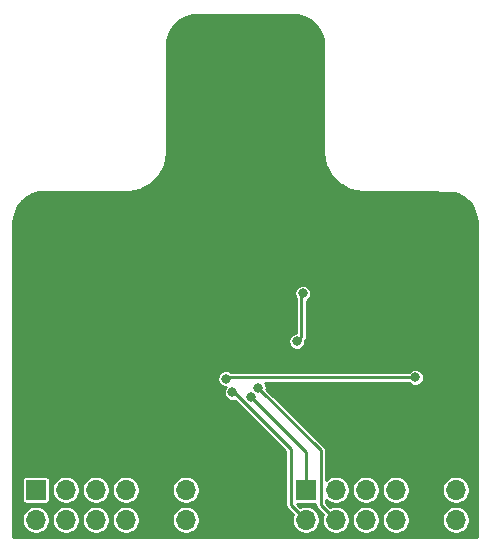
<source format=gbr>
%TF.GenerationSoftware,KiCad,Pcbnew,(5.1.8)-1*%
%TF.CreationDate,2021-03-12T16:01:59+08:00*%
%TF.ProjectId,PModCamera,504d6f64-4361-46d6-9572-612e6b696361,rev?*%
%TF.SameCoordinates,Original*%
%TF.FileFunction,Copper,L2,Bot*%
%TF.FilePolarity,Positive*%
%FSLAX46Y46*%
G04 Gerber Fmt 4.6, Leading zero omitted, Abs format (unit mm)*
G04 Created by KiCad (PCBNEW (5.1.8)-1) date 2021-03-12 16:01:59*
%MOMM*%
%LPD*%
G01*
G04 APERTURE LIST*
%TA.AperFunction,ComponentPad*%
%ADD10O,1.700000X1.700000*%
%TD*%
%TA.AperFunction,ComponentPad*%
%ADD11R,1.700000X1.700000*%
%TD*%
%TA.AperFunction,ViaPad*%
%ADD12C,0.800000*%
%TD*%
%TA.AperFunction,Conductor*%
%ADD13C,0.250000*%
%TD*%
%TA.AperFunction,Conductor*%
%ADD14C,0.254000*%
%TD*%
%TA.AperFunction,Conductor*%
%ADD15C,0.100000*%
%TD*%
G04 APERTURE END LIST*
D10*
%TO.P,J2,12*%
%TO.N,+3V3*%
X113538000Y-130302000D03*
%TO.P,J2,11*%
X113538000Y-127762000D03*
%TO.P,J2,10*%
%TO.N,GND*%
X110998000Y-130302000D03*
%TO.P,J2,9*%
X110998000Y-127762000D03*
%TO.P,J2,8*%
%TO.N,/OV1_D1*%
X108458000Y-130302000D03*
%TO.P,J2,7*%
%TO.N,/OV1_D2*%
X108458000Y-127762000D03*
%TO.P,J2,6*%
%TO.N,/OV1_D0*%
X105918000Y-130302000D03*
%TO.P,J2,5*%
%TO.N,/OV1_D3*%
X105918000Y-127762000D03*
%TO.P,J2,4*%
%TO.N,/OV1_D5*%
X103378000Y-130302000D03*
%TO.P,J2,3*%
%TO.N,/OV1_D4*%
X103378000Y-127762000D03*
%TO.P,J2,2*%
%TO.N,/OV1_D7*%
X100838000Y-130302000D03*
D11*
%TO.P,J2,1*%
%TO.N,/OV1_D6*%
X100838000Y-127762000D03*
%TD*%
D10*
%TO.P,J3,12*%
%TO.N,+3V3*%
X90678000Y-130302000D03*
%TO.P,J3,11*%
X90678000Y-127762000D03*
%TO.P,J3,10*%
%TO.N,GND*%
X88138000Y-130302000D03*
%TO.P,J3,9*%
X88138000Y-127762000D03*
%TO.P,J3,8*%
%TO.N,/OV1_PCLK*%
X85598000Y-130302000D03*
%TO.P,J3,7*%
%TO.N,/OV1_XCLK*%
X85598000Y-127762000D03*
%TO.P,J3,6*%
%TO.N,/OV1_HREF*%
X83058000Y-130302000D03*
%TO.P,J3,5*%
%TO.N,/OV1_PWDN*%
X83058000Y-127762000D03*
%TO.P,J3,4*%
%TO.N,/OV1_VSYNC*%
X80518000Y-130302000D03*
%TO.P,J3,3*%
%TO.N,/OV1_RESET*%
X80518000Y-127762000D03*
%TO.P,J3,2*%
%TO.N,/OV1_SCL*%
X77978000Y-130302000D03*
D11*
%TO.P,J3,1*%
%TO.N,/OV1_SDA*%
X77978000Y-127762000D03*
%TD*%
D12*
%TO.N,GND*%
X101473000Y-112903000D03*
X102362000Y-112903000D03*
X103251000Y-112903000D03*
X103251000Y-112014000D03*
X102362000Y-112014000D03*
X101473000Y-112014000D03*
X97409000Y-115062000D03*
%TO.N,+2V8*%
X100076000Y-115189000D03*
X100584000Y-111125000D03*
%TO.N,+1V5*%
X110109000Y-118237000D03*
X94079072Y-118354684D03*
%TO.N,/OV1_D5*%
X96787544Y-119106619D03*
%TO.N,/OV1_D6*%
X96225010Y-119933407D03*
%TO.N,/OV1_D7*%
X94625640Y-119519469D03*
%TD*%
D13*
%TO.N,+2V8*%
X100457000Y-111252000D02*
X100584000Y-111125000D01*
X100076000Y-115189000D02*
X100457000Y-114808000D01*
X100457000Y-114808000D02*
X100457000Y-111252000D01*
%TO.N,+1V5*%
X94107000Y-118237000D02*
X93980000Y-118364000D01*
X94196756Y-118237000D02*
X94079072Y-118354684D01*
X110109000Y-118237000D02*
X94196756Y-118237000D01*
%TO.N,/OV1_D5*%
X102108000Y-124427075D02*
X96787544Y-119106619D01*
X102108000Y-129032000D02*
X102108000Y-124427075D01*
X103378000Y-130302000D02*
X102108000Y-129032000D01*
%TO.N,/OV1_D6*%
X100838000Y-127762000D02*
X100838000Y-124546397D01*
X100838000Y-124546397D02*
X96225010Y-119933407D01*
%TO.N,/OV1_D7*%
X99568000Y-129032000D02*
X100838000Y-130302000D01*
X99568000Y-124333000D02*
X99568000Y-129032000D01*
X94754469Y-119519469D02*
X99568000Y-124333000D01*
X94625640Y-119519469D02*
X94754469Y-119519469D01*
%TD*%
D14*
%TO.N,GND*%
X100208078Y-87574871D02*
X100699686Y-87723296D01*
X101153107Y-87964383D01*
X101551064Y-88288950D01*
X101878397Y-88684628D01*
X102122643Y-89136352D01*
X102274497Y-89626913D01*
X102329994Y-90154928D01*
X102330001Y-90156990D01*
X102329999Y-99174021D01*
X102330062Y-99174656D01*
X102330074Y-99178223D01*
X102331695Y-99194181D01*
X102331583Y-99210206D01*
X102332082Y-99215306D01*
X102393283Y-99797595D01*
X102399983Y-99830234D01*
X102406205Y-99862854D01*
X102407684Y-99867751D01*
X102407685Y-99867758D01*
X102407688Y-99867764D01*
X102580823Y-100427073D01*
X102593730Y-100457777D01*
X102606173Y-100488576D01*
X102608577Y-100493097D01*
X102608579Y-100493102D01*
X102608582Y-100493106D01*
X102887055Y-101008133D01*
X102905655Y-101035709D01*
X102923869Y-101063543D01*
X102927108Y-101067514D01*
X103300318Y-101518647D01*
X103323948Y-101542113D01*
X103347193Y-101565850D01*
X103351135Y-101569111D01*
X103351141Y-101569117D01*
X103351148Y-101569121D01*
X103804869Y-101939169D01*
X103832600Y-101957593D01*
X103860021Y-101976369D01*
X103864528Y-101978806D01*
X104381493Y-102253680D01*
X104412272Y-102266367D01*
X104442819Y-102279459D01*
X104447704Y-102280971D01*
X104447714Y-102280975D01*
X104447724Y-102280977D01*
X105008221Y-102450201D01*
X105040854Y-102456663D01*
X105073387Y-102463578D01*
X105078472Y-102464112D01*
X105078483Y-102464114D01*
X105078493Y-102464114D01*
X105661185Y-102521248D01*
X105661200Y-102521248D01*
X105678978Y-102522999D01*
X110805217Y-102522999D01*
X113405360Y-102634434D01*
X113699685Y-102723295D01*
X114153107Y-102964384D01*
X114551063Y-103288950D01*
X114878397Y-103684629D01*
X115122643Y-104136353D01*
X115274497Y-104626914D01*
X115329994Y-105154929D01*
X115330001Y-105156992D01*
X115329999Y-131788999D01*
X76064000Y-131788999D01*
X76064000Y-130186076D01*
X76801000Y-130186076D01*
X76801000Y-130417924D01*
X76846231Y-130645318D01*
X76934956Y-130859519D01*
X77063764Y-131052294D01*
X77227706Y-131216236D01*
X77420481Y-131345044D01*
X77634682Y-131433769D01*
X77862076Y-131479000D01*
X78093924Y-131479000D01*
X78321318Y-131433769D01*
X78535519Y-131345044D01*
X78728294Y-131216236D01*
X78892236Y-131052294D01*
X79021044Y-130859519D01*
X79109769Y-130645318D01*
X79155000Y-130417924D01*
X79155000Y-130186076D01*
X79341000Y-130186076D01*
X79341000Y-130417924D01*
X79386231Y-130645318D01*
X79474956Y-130859519D01*
X79603764Y-131052294D01*
X79767706Y-131216236D01*
X79960481Y-131345044D01*
X80174682Y-131433769D01*
X80402076Y-131479000D01*
X80633924Y-131479000D01*
X80861318Y-131433769D01*
X81075519Y-131345044D01*
X81268294Y-131216236D01*
X81432236Y-131052294D01*
X81561044Y-130859519D01*
X81649769Y-130645318D01*
X81695000Y-130417924D01*
X81695000Y-130186076D01*
X81881000Y-130186076D01*
X81881000Y-130417924D01*
X81926231Y-130645318D01*
X82014956Y-130859519D01*
X82143764Y-131052294D01*
X82307706Y-131216236D01*
X82500481Y-131345044D01*
X82714682Y-131433769D01*
X82942076Y-131479000D01*
X83173924Y-131479000D01*
X83401318Y-131433769D01*
X83615519Y-131345044D01*
X83808294Y-131216236D01*
X83972236Y-131052294D01*
X84101044Y-130859519D01*
X84189769Y-130645318D01*
X84235000Y-130417924D01*
X84235000Y-130186076D01*
X84421000Y-130186076D01*
X84421000Y-130417924D01*
X84466231Y-130645318D01*
X84554956Y-130859519D01*
X84683764Y-131052294D01*
X84847706Y-131216236D01*
X85040481Y-131345044D01*
X85254682Y-131433769D01*
X85482076Y-131479000D01*
X85713924Y-131479000D01*
X85941318Y-131433769D01*
X86155519Y-131345044D01*
X86348294Y-131216236D01*
X86512236Y-131052294D01*
X86641044Y-130859519D01*
X86729769Y-130645318D01*
X86775000Y-130417924D01*
X86775000Y-130186076D01*
X89501000Y-130186076D01*
X89501000Y-130417924D01*
X89546231Y-130645318D01*
X89634956Y-130859519D01*
X89763764Y-131052294D01*
X89927706Y-131216236D01*
X90120481Y-131345044D01*
X90334682Y-131433769D01*
X90562076Y-131479000D01*
X90793924Y-131479000D01*
X91021318Y-131433769D01*
X91235519Y-131345044D01*
X91428294Y-131216236D01*
X91592236Y-131052294D01*
X91721044Y-130859519D01*
X91809769Y-130645318D01*
X91855000Y-130417924D01*
X91855000Y-130186076D01*
X91809769Y-129958682D01*
X91721044Y-129744481D01*
X91592236Y-129551706D01*
X91428294Y-129387764D01*
X91235519Y-129258956D01*
X91021318Y-129170231D01*
X90793924Y-129125000D01*
X90562076Y-129125000D01*
X90334682Y-129170231D01*
X90120481Y-129258956D01*
X89927706Y-129387764D01*
X89763764Y-129551706D01*
X89634956Y-129744481D01*
X89546231Y-129958682D01*
X89501000Y-130186076D01*
X86775000Y-130186076D01*
X86729769Y-129958682D01*
X86641044Y-129744481D01*
X86512236Y-129551706D01*
X86348294Y-129387764D01*
X86155519Y-129258956D01*
X85941318Y-129170231D01*
X85713924Y-129125000D01*
X85482076Y-129125000D01*
X85254682Y-129170231D01*
X85040481Y-129258956D01*
X84847706Y-129387764D01*
X84683764Y-129551706D01*
X84554956Y-129744481D01*
X84466231Y-129958682D01*
X84421000Y-130186076D01*
X84235000Y-130186076D01*
X84189769Y-129958682D01*
X84101044Y-129744481D01*
X83972236Y-129551706D01*
X83808294Y-129387764D01*
X83615519Y-129258956D01*
X83401318Y-129170231D01*
X83173924Y-129125000D01*
X82942076Y-129125000D01*
X82714682Y-129170231D01*
X82500481Y-129258956D01*
X82307706Y-129387764D01*
X82143764Y-129551706D01*
X82014956Y-129744481D01*
X81926231Y-129958682D01*
X81881000Y-130186076D01*
X81695000Y-130186076D01*
X81649769Y-129958682D01*
X81561044Y-129744481D01*
X81432236Y-129551706D01*
X81268294Y-129387764D01*
X81075519Y-129258956D01*
X80861318Y-129170231D01*
X80633924Y-129125000D01*
X80402076Y-129125000D01*
X80174682Y-129170231D01*
X79960481Y-129258956D01*
X79767706Y-129387764D01*
X79603764Y-129551706D01*
X79474956Y-129744481D01*
X79386231Y-129958682D01*
X79341000Y-130186076D01*
X79155000Y-130186076D01*
X79109769Y-129958682D01*
X79021044Y-129744481D01*
X78892236Y-129551706D01*
X78728294Y-129387764D01*
X78535519Y-129258956D01*
X78321318Y-129170231D01*
X78093924Y-129125000D01*
X77862076Y-129125000D01*
X77634682Y-129170231D01*
X77420481Y-129258956D01*
X77227706Y-129387764D01*
X77063764Y-129551706D01*
X76934956Y-129744481D01*
X76846231Y-129958682D01*
X76801000Y-130186076D01*
X76064000Y-130186076D01*
X76064000Y-126912000D01*
X76799418Y-126912000D01*
X76799418Y-128612000D01*
X76805732Y-128676103D01*
X76824430Y-128737743D01*
X76854794Y-128794550D01*
X76895657Y-128844343D01*
X76945450Y-128885206D01*
X77002257Y-128915570D01*
X77063897Y-128934268D01*
X77128000Y-128940582D01*
X78828000Y-128940582D01*
X78892103Y-128934268D01*
X78953743Y-128915570D01*
X79010550Y-128885206D01*
X79060343Y-128844343D01*
X79101206Y-128794550D01*
X79131570Y-128737743D01*
X79150268Y-128676103D01*
X79156582Y-128612000D01*
X79156582Y-127646076D01*
X79341000Y-127646076D01*
X79341000Y-127877924D01*
X79386231Y-128105318D01*
X79474956Y-128319519D01*
X79603764Y-128512294D01*
X79767706Y-128676236D01*
X79960481Y-128805044D01*
X80174682Y-128893769D01*
X80402076Y-128939000D01*
X80633924Y-128939000D01*
X80861318Y-128893769D01*
X81075519Y-128805044D01*
X81268294Y-128676236D01*
X81432236Y-128512294D01*
X81561044Y-128319519D01*
X81649769Y-128105318D01*
X81695000Y-127877924D01*
X81695000Y-127646076D01*
X81881000Y-127646076D01*
X81881000Y-127877924D01*
X81926231Y-128105318D01*
X82014956Y-128319519D01*
X82143764Y-128512294D01*
X82307706Y-128676236D01*
X82500481Y-128805044D01*
X82714682Y-128893769D01*
X82942076Y-128939000D01*
X83173924Y-128939000D01*
X83401318Y-128893769D01*
X83615519Y-128805044D01*
X83808294Y-128676236D01*
X83972236Y-128512294D01*
X84101044Y-128319519D01*
X84189769Y-128105318D01*
X84235000Y-127877924D01*
X84235000Y-127646076D01*
X84421000Y-127646076D01*
X84421000Y-127877924D01*
X84466231Y-128105318D01*
X84554956Y-128319519D01*
X84683764Y-128512294D01*
X84847706Y-128676236D01*
X85040481Y-128805044D01*
X85254682Y-128893769D01*
X85482076Y-128939000D01*
X85713924Y-128939000D01*
X85941318Y-128893769D01*
X86155519Y-128805044D01*
X86348294Y-128676236D01*
X86512236Y-128512294D01*
X86641044Y-128319519D01*
X86729769Y-128105318D01*
X86775000Y-127877924D01*
X86775000Y-127646076D01*
X89501000Y-127646076D01*
X89501000Y-127877924D01*
X89546231Y-128105318D01*
X89634956Y-128319519D01*
X89763764Y-128512294D01*
X89927706Y-128676236D01*
X90120481Y-128805044D01*
X90334682Y-128893769D01*
X90562076Y-128939000D01*
X90793924Y-128939000D01*
X91021318Y-128893769D01*
X91235519Y-128805044D01*
X91428294Y-128676236D01*
X91592236Y-128512294D01*
X91721044Y-128319519D01*
X91809769Y-128105318D01*
X91855000Y-127877924D01*
X91855000Y-127646076D01*
X91809769Y-127418682D01*
X91721044Y-127204481D01*
X91592236Y-127011706D01*
X91428294Y-126847764D01*
X91235519Y-126718956D01*
X91021318Y-126630231D01*
X90793924Y-126585000D01*
X90562076Y-126585000D01*
X90334682Y-126630231D01*
X90120481Y-126718956D01*
X89927706Y-126847764D01*
X89763764Y-127011706D01*
X89634956Y-127204481D01*
X89546231Y-127418682D01*
X89501000Y-127646076D01*
X86775000Y-127646076D01*
X86729769Y-127418682D01*
X86641044Y-127204481D01*
X86512236Y-127011706D01*
X86348294Y-126847764D01*
X86155519Y-126718956D01*
X85941318Y-126630231D01*
X85713924Y-126585000D01*
X85482076Y-126585000D01*
X85254682Y-126630231D01*
X85040481Y-126718956D01*
X84847706Y-126847764D01*
X84683764Y-127011706D01*
X84554956Y-127204481D01*
X84466231Y-127418682D01*
X84421000Y-127646076D01*
X84235000Y-127646076D01*
X84189769Y-127418682D01*
X84101044Y-127204481D01*
X83972236Y-127011706D01*
X83808294Y-126847764D01*
X83615519Y-126718956D01*
X83401318Y-126630231D01*
X83173924Y-126585000D01*
X82942076Y-126585000D01*
X82714682Y-126630231D01*
X82500481Y-126718956D01*
X82307706Y-126847764D01*
X82143764Y-127011706D01*
X82014956Y-127204481D01*
X81926231Y-127418682D01*
X81881000Y-127646076D01*
X81695000Y-127646076D01*
X81649769Y-127418682D01*
X81561044Y-127204481D01*
X81432236Y-127011706D01*
X81268294Y-126847764D01*
X81075519Y-126718956D01*
X80861318Y-126630231D01*
X80633924Y-126585000D01*
X80402076Y-126585000D01*
X80174682Y-126630231D01*
X79960481Y-126718956D01*
X79767706Y-126847764D01*
X79603764Y-127011706D01*
X79474956Y-127204481D01*
X79386231Y-127418682D01*
X79341000Y-127646076D01*
X79156582Y-127646076D01*
X79156582Y-126912000D01*
X79150268Y-126847897D01*
X79131570Y-126786257D01*
X79101206Y-126729450D01*
X79060343Y-126679657D01*
X79010550Y-126638794D01*
X78953743Y-126608430D01*
X78892103Y-126589732D01*
X78828000Y-126583418D01*
X77128000Y-126583418D01*
X77063897Y-126589732D01*
X77002257Y-126608430D01*
X76945450Y-126638794D01*
X76895657Y-126679657D01*
X76854794Y-126729450D01*
X76824430Y-126786257D01*
X76805732Y-126847897D01*
X76799418Y-126912000D01*
X76064000Y-126912000D01*
X76064000Y-118283081D01*
X93352072Y-118283081D01*
X93352072Y-118426287D01*
X93380010Y-118566742D01*
X93434813Y-118699048D01*
X93514374Y-118818120D01*
X93615636Y-118919382D01*
X93734708Y-118998943D01*
X93867014Y-119053746D01*
X94007469Y-119081684D01*
X94043803Y-119081684D01*
X93981381Y-119175105D01*
X93926578Y-119307411D01*
X93898640Y-119447866D01*
X93898640Y-119591072D01*
X93926578Y-119731527D01*
X93981381Y-119863833D01*
X94060942Y-119982905D01*
X94162204Y-120084167D01*
X94281276Y-120163728D01*
X94413582Y-120218531D01*
X94554037Y-120246469D01*
X94697243Y-120246469D01*
X94818189Y-120222412D01*
X99116000Y-124520224D01*
X99116001Y-129009785D01*
X99113813Y-129032000D01*
X99122540Y-129120607D01*
X99148386Y-129205809D01*
X99148387Y-129205810D01*
X99190358Y-129284333D01*
X99246842Y-129353159D01*
X99264096Y-129367319D01*
X99749939Y-129853162D01*
X99706231Y-129958682D01*
X99661000Y-130186076D01*
X99661000Y-130417924D01*
X99706231Y-130645318D01*
X99794956Y-130859519D01*
X99923764Y-131052294D01*
X100087706Y-131216236D01*
X100280481Y-131345044D01*
X100494682Y-131433769D01*
X100722076Y-131479000D01*
X100953924Y-131479000D01*
X101181318Y-131433769D01*
X101395519Y-131345044D01*
X101588294Y-131216236D01*
X101752236Y-131052294D01*
X101881044Y-130859519D01*
X101969769Y-130645318D01*
X102015000Y-130417924D01*
X102015000Y-130186076D01*
X101969769Y-129958682D01*
X101881044Y-129744481D01*
X101752236Y-129551706D01*
X101588294Y-129387764D01*
X101395519Y-129258956D01*
X101181318Y-129170231D01*
X100953924Y-129125000D01*
X100722076Y-129125000D01*
X100494682Y-129170231D01*
X100389162Y-129213939D01*
X100115805Y-128940582D01*
X101656000Y-128940582D01*
X101656000Y-129009795D01*
X101653813Y-129032000D01*
X101662540Y-129120607D01*
X101688386Y-129205809D01*
X101730357Y-129284332D01*
X101786841Y-129353159D01*
X101804100Y-129367323D01*
X102289939Y-129853162D01*
X102246231Y-129958682D01*
X102201000Y-130186076D01*
X102201000Y-130417924D01*
X102246231Y-130645318D01*
X102334956Y-130859519D01*
X102463764Y-131052294D01*
X102627706Y-131216236D01*
X102820481Y-131345044D01*
X103034682Y-131433769D01*
X103262076Y-131479000D01*
X103493924Y-131479000D01*
X103721318Y-131433769D01*
X103935519Y-131345044D01*
X104128294Y-131216236D01*
X104292236Y-131052294D01*
X104421044Y-130859519D01*
X104509769Y-130645318D01*
X104555000Y-130417924D01*
X104555000Y-130186076D01*
X104741000Y-130186076D01*
X104741000Y-130417924D01*
X104786231Y-130645318D01*
X104874956Y-130859519D01*
X105003764Y-131052294D01*
X105167706Y-131216236D01*
X105360481Y-131345044D01*
X105574682Y-131433769D01*
X105802076Y-131479000D01*
X106033924Y-131479000D01*
X106261318Y-131433769D01*
X106475519Y-131345044D01*
X106668294Y-131216236D01*
X106832236Y-131052294D01*
X106961044Y-130859519D01*
X107049769Y-130645318D01*
X107095000Y-130417924D01*
X107095000Y-130186076D01*
X107281000Y-130186076D01*
X107281000Y-130417924D01*
X107326231Y-130645318D01*
X107414956Y-130859519D01*
X107543764Y-131052294D01*
X107707706Y-131216236D01*
X107900481Y-131345044D01*
X108114682Y-131433769D01*
X108342076Y-131479000D01*
X108573924Y-131479000D01*
X108801318Y-131433769D01*
X109015519Y-131345044D01*
X109208294Y-131216236D01*
X109372236Y-131052294D01*
X109501044Y-130859519D01*
X109589769Y-130645318D01*
X109635000Y-130417924D01*
X109635000Y-130186076D01*
X112361000Y-130186076D01*
X112361000Y-130417924D01*
X112406231Y-130645318D01*
X112494956Y-130859519D01*
X112623764Y-131052294D01*
X112787706Y-131216236D01*
X112980481Y-131345044D01*
X113194682Y-131433769D01*
X113422076Y-131479000D01*
X113653924Y-131479000D01*
X113881318Y-131433769D01*
X114095519Y-131345044D01*
X114288294Y-131216236D01*
X114452236Y-131052294D01*
X114581044Y-130859519D01*
X114669769Y-130645318D01*
X114715000Y-130417924D01*
X114715000Y-130186076D01*
X114669769Y-129958682D01*
X114581044Y-129744481D01*
X114452236Y-129551706D01*
X114288294Y-129387764D01*
X114095519Y-129258956D01*
X113881318Y-129170231D01*
X113653924Y-129125000D01*
X113422076Y-129125000D01*
X113194682Y-129170231D01*
X112980481Y-129258956D01*
X112787706Y-129387764D01*
X112623764Y-129551706D01*
X112494956Y-129744481D01*
X112406231Y-129958682D01*
X112361000Y-130186076D01*
X109635000Y-130186076D01*
X109589769Y-129958682D01*
X109501044Y-129744481D01*
X109372236Y-129551706D01*
X109208294Y-129387764D01*
X109015519Y-129258956D01*
X108801318Y-129170231D01*
X108573924Y-129125000D01*
X108342076Y-129125000D01*
X108114682Y-129170231D01*
X107900481Y-129258956D01*
X107707706Y-129387764D01*
X107543764Y-129551706D01*
X107414956Y-129744481D01*
X107326231Y-129958682D01*
X107281000Y-130186076D01*
X107095000Y-130186076D01*
X107049769Y-129958682D01*
X106961044Y-129744481D01*
X106832236Y-129551706D01*
X106668294Y-129387764D01*
X106475519Y-129258956D01*
X106261318Y-129170231D01*
X106033924Y-129125000D01*
X105802076Y-129125000D01*
X105574682Y-129170231D01*
X105360481Y-129258956D01*
X105167706Y-129387764D01*
X105003764Y-129551706D01*
X104874956Y-129744481D01*
X104786231Y-129958682D01*
X104741000Y-130186076D01*
X104555000Y-130186076D01*
X104509769Y-129958682D01*
X104421044Y-129744481D01*
X104292236Y-129551706D01*
X104128294Y-129387764D01*
X103935519Y-129258956D01*
X103721318Y-129170231D01*
X103493924Y-129125000D01*
X103262076Y-129125000D01*
X103034682Y-129170231D01*
X102929162Y-129213939D01*
X102560000Y-128844777D01*
X102560000Y-128608530D01*
X102627706Y-128676236D01*
X102820481Y-128805044D01*
X103034682Y-128893769D01*
X103262076Y-128939000D01*
X103493924Y-128939000D01*
X103721318Y-128893769D01*
X103935519Y-128805044D01*
X104128294Y-128676236D01*
X104292236Y-128512294D01*
X104421044Y-128319519D01*
X104509769Y-128105318D01*
X104555000Y-127877924D01*
X104555000Y-127646076D01*
X104741000Y-127646076D01*
X104741000Y-127877924D01*
X104786231Y-128105318D01*
X104874956Y-128319519D01*
X105003764Y-128512294D01*
X105167706Y-128676236D01*
X105360481Y-128805044D01*
X105574682Y-128893769D01*
X105802076Y-128939000D01*
X106033924Y-128939000D01*
X106261318Y-128893769D01*
X106475519Y-128805044D01*
X106668294Y-128676236D01*
X106832236Y-128512294D01*
X106961044Y-128319519D01*
X107049769Y-128105318D01*
X107095000Y-127877924D01*
X107095000Y-127646076D01*
X107281000Y-127646076D01*
X107281000Y-127877924D01*
X107326231Y-128105318D01*
X107414956Y-128319519D01*
X107543764Y-128512294D01*
X107707706Y-128676236D01*
X107900481Y-128805044D01*
X108114682Y-128893769D01*
X108342076Y-128939000D01*
X108573924Y-128939000D01*
X108801318Y-128893769D01*
X109015519Y-128805044D01*
X109208294Y-128676236D01*
X109372236Y-128512294D01*
X109501044Y-128319519D01*
X109589769Y-128105318D01*
X109635000Y-127877924D01*
X109635000Y-127646076D01*
X112361000Y-127646076D01*
X112361000Y-127877924D01*
X112406231Y-128105318D01*
X112494956Y-128319519D01*
X112623764Y-128512294D01*
X112787706Y-128676236D01*
X112980481Y-128805044D01*
X113194682Y-128893769D01*
X113422076Y-128939000D01*
X113653924Y-128939000D01*
X113881318Y-128893769D01*
X114095519Y-128805044D01*
X114288294Y-128676236D01*
X114452236Y-128512294D01*
X114581044Y-128319519D01*
X114669769Y-128105318D01*
X114715000Y-127877924D01*
X114715000Y-127646076D01*
X114669769Y-127418682D01*
X114581044Y-127204481D01*
X114452236Y-127011706D01*
X114288294Y-126847764D01*
X114095519Y-126718956D01*
X113881318Y-126630231D01*
X113653924Y-126585000D01*
X113422076Y-126585000D01*
X113194682Y-126630231D01*
X112980481Y-126718956D01*
X112787706Y-126847764D01*
X112623764Y-127011706D01*
X112494956Y-127204481D01*
X112406231Y-127418682D01*
X112361000Y-127646076D01*
X109635000Y-127646076D01*
X109589769Y-127418682D01*
X109501044Y-127204481D01*
X109372236Y-127011706D01*
X109208294Y-126847764D01*
X109015519Y-126718956D01*
X108801318Y-126630231D01*
X108573924Y-126585000D01*
X108342076Y-126585000D01*
X108114682Y-126630231D01*
X107900481Y-126718956D01*
X107707706Y-126847764D01*
X107543764Y-127011706D01*
X107414956Y-127204481D01*
X107326231Y-127418682D01*
X107281000Y-127646076D01*
X107095000Y-127646076D01*
X107049769Y-127418682D01*
X106961044Y-127204481D01*
X106832236Y-127011706D01*
X106668294Y-126847764D01*
X106475519Y-126718956D01*
X106261318Y-126630231D01*
X106033924Y-126585000D01*
X105802076Y-126585000D01*
X105574682Y-126630231D01*
X105360481Y-126718956D01*
X105167706Y-126847764D01*
X105003764Y-127011706D01*
X104874956Y-127204481D01*
X104786231Y-127418682D01*
X104741000Y-127646076D01*
X104555000Y-127646076D01*
X104509769Y-127418682D01*
X104421044Y-127204481D01*
X104292236Y-127011706D01*
X104128294Y-126847764D01*
X103935519Y-126718956D01*
X103721318Y-126630231D01*
X103493924Y-126585000D01*
X103262076Y-126585000D01*
X103034682Y-126630231D01*
X102820481Y-126718956D01*
X102627706Y-126847764D01*
X102560000Y-126915470D01*
X102560000Y-124449279D01*
X102562187Y-124427074D01*
X102553460Y-124338467D01*
X102527614Y-124253265D01*
X102522871Y-124244392D01*
X102485643Y-124174742D01*
X102429159Y-124105916D01*
X102411905Y-124091756D01*
X97511861Y-119191713D01*
X97514544Y-119178222D01*
X97514544Y-119035016D01*
X97486606Y-118894561D01*
X97431803Y-118762255D01*
X97382856Y-118689000D01*
X109536661Y-118689000D01*
X109544302Y-118700436D01*
X109645564Y-118801698D01*
X109764636Y-118881259D01*
X109896942Y-118936062D01*
X110037397Y-118964000D01*
X110180603Y-118964000D01*
X110321058Y-118936062D01*
X110453364Y-118881259D01*
X110572436Y-118801698D01*
X110673698Y-118700436D01*
X110753259Y-118581364D01*
X110808062Y-118449058D01*
X110836000Y-118308603D01*
X110836000Y-118165397D01*
X110808062Y-118024942D01*
X110753259Y-117892636D01*
X110673698Y-117773564D01*
X110572436Y-117672302D01*
X110453364Y-117592741D01*
X110321058Y-117537938D01*
X110180603Y-117510000D01*
X110037397Y-117510000D01*
X109896942Y-117537938D01*
X109764636Y-117592741D01*
X109645564Y-117672302D01*
X109544302Y-117773564D01*
X109536661Y-117785000D01*
X94535046Y-117785000D01*
X94423436Y-117710425D01*
X94291130Y-117655622D01*
X94150675Y-117627684D01*
X94007469Y-117627684D01*
X93867014Y-117655622D01*
X93734708Y-117710425D01*
X93615636Y-117789986D01*
X93514374Y-117891248D01*
X93434813Y-118010320D01*
X93380010Y-118142626D01*
X93352072Y-118283081D01*
X76064000Y-118283081D01*
X76064000Y-115117397D01*
X99349000Y-115117397D01*
X99349000Y-115260603D01*
X99376938Y-115401058D01*
X99431741Y-115533364D01*
X99511302Y-115652436D01*
X99612564Y-115753698D01*
X99731636Y-115833259D01*
X99863942Y-115888062D01*
X100004397Y-115916000D01*
X100147603Y-115916000D01*
X100288058Y-115888062D01*
X100420364Y-115833259D01*
X100539436Y-115753698D01*
X100640698Y-115652436D01*
X100720259Y-115533364D01*
X100775062Y-115401058D01*
X100803000Y-115260603D01*
X100803000Y-115117397D01*
X100800037Y-115102501D01*
X100834643Y-115060333D01*
X100876614Y-114981810D01*
X100902460Y-114896607D01*
X100909000Y-114830205D01*
X100909000Y-114830204D01*
X100911187Y-114808001D01*
X100909000Y-114785796D01*
X100909000Y-111777280D01*
X100928364Y-111769259D01*
X101047436Y-111689698D01*
X101148698Y-111588436D01*
X101228259Y-111469364D01*
X101283062Y-111337058D01*
X101311000Y-111196603D01*
X101311000Y-111053397D01*
X101283062Y-110912942D01*
X101228259Y-110780636D01*
X101148698Y-110661564D01*
X101047436Y-110560302D01*
X100928364Y-110480741D01*
X100796058Y-110425938D01*
X100655603Y-110398000D01*
X100512397Y-110398000D01*
X100371942Y-110425938D01*
X100239636Y-110480741D01*
X100120564Y-110560302D01*
X100019302Y-110661564D01*
X99939741Y-110780636D01*
X99884938Y-110912942D01*
X99857000Y-111053397D01*
X99857000Y-111196603D01*
X99884938Y-111337058D01*
X99939741Y-111469364D01*
X100005001Y-111567033D01*
X100005000Y-114462000D01*
X100004397Y-114462000D01*
X99863942Y-114489938D01*
X99731636Y-114544741D01*
X99612564Y-114624302D01*
X99511302Y-114725564D01*
X99431741Y-114844636D01*
X99376938Y-114976942D01*
X99349000Y-115117397D01*
X76064000Y-115117397D01*
X76064000Y-105173944D01*
X76115872Y-104644921D01*
X76264297Y-104153313D01*
X76505384Y-103699892D01*
X76829951Y-103301935D01*
X77225629Y-102974602D01*
X77677353Y-102730356D01*
X78167914Y-102578502D01*
X78695929Y-102523005D01*
X78697705Y-102522999D01*
X85715023Y-102522999D01*
X85715658Y-102522936D01*
X85719224Y-102522924D01*
X85735182Y-102521303D01*
X85751207Y-102521415D01*
X85756307Y-102520916D01*
X86338596Y-102459715D01*
X86371210Y-102453021D01*
X86403854Y-102446793D01*
X86408752Y-102445314D01*
X86408759Y-102445313D01*
X86408765Y-102445310D01*
X86968072Y-102272176D01*
X86998788Y-102259265D01*
X87029577Y-102246825D01*
X87034092Y-102244425D01*
X87034101Y-102244421D01*
X87034108Y-102244416D01*
X87549134Y-101965943D01*
X87576737Y-101947324D01*
X87604542Y-101929129D01*
X87608513Y-101925891D01*
X88059648Y-101552680D01*
X88083114Y-101529050D01*
X88106851Y-101505805D01*
X88110118Y-101501857D01*
X88480169Y-101048129D01*
X88498611Y-101020372D01*
X88517368Y-100992977D01*
X88519806Y-100988470D01*
X88794680Y-100471507D01*
X88807377Y-100440702D01*
X88820459Y-100410180D01*
X88821970Y-100405299D01*
X88821975Y-100405286D01*
X88821977Y-100405273D01*
X88991201Y-99844778D01*
X88997663Y-99812145D01*
X89004578Y-99779612D01*
X89005112Y-99774527D01*
X89005114Y-99774516D01*
X89005114Y-99774506D01*
X89062248Y-99191814D01*
X89062248Y-99191810D01*
X89064000Y-99174022D01*
X89064000Y-90173956D01*
X89115871Y-89644925D01*
X89264298Y-89153315D01*
X89505383Y-88699897D01*
X89829951Y-88301937D01*
X90225629Y-87974604D01*
X90677356Y-87730356D01*
X91167914Y-87578503D01*
X91695929Y-87523006D01*
X91697705Y-87523000D01*
X99679065Y-87523000D01*
X100208078Y-87574871D01*
%TA.AperFunction,Conductor*%
D15*
G36*
X100208078Y-87574871D02*
G01*
X100699686Y-87723296D01*
X101153107Y-87964383D01*
X101551064Y-88288950D01*
X101878397Y-88684628D01*
X102122643Y-89136352D01*
X102274497Y-89626913D01*
X102329994Y-90154928D01*
X102330001Y-90156990D01*
X102329999Y-99174021D01*
X102330062Y-99174656D01*
X102330074Y-99178223D01*
X102331695Y-99194181D01*
X102331583Y-99210206D01*
X102332082Y-99215306D01*
X102393283Y-99797595D01*
X102399983Y-99830234D01*
X102406205Y-99862854D01*
X102407684Y-99867751D01*
X102407685Y-99867758D01*
X102407688Y-99867764D01*
X102580823Y-100427073D01*
X102593730Y-100457777D01*
X102606173Y-100488576D01*
X102608577Y-100493097D01*
X102608579Y-100493102D01*
X102608582Y-100493106D01*
X102887055Y-101008133D01*
X102905655Y-101035709D01*
X102923869Y-101063543D01*
X102927108Y-101067514D01*
X103300318Y-101518647D01*
X103323948Y-101542113D01*
X103347193Y-101565850D01*
X103351135Y-101569111D01*
X103351141Y-101569117D01*
X103351148Y-101569121D01*
X103804869Y-101939169D01*
X103832600Y-101957593D01*
X103860021Y-101976369D01*
X103864528Y-101978806D01*
X104381493Y-102253680D01*
X104412272Y-102266367D01*
X104442819Y-102279459D01*
X104447704Y-102280971D01*
X104447714Y-102280975D01*
X104447724Y-102280977D01*
X105008221Y-102450201D01*
X105040854Y-102456663D01*
X105073387Y-102463578D01*
X105078472Y-102464112D01*
X105078483Y-102464114D01*
X105078493Y-102464114D01*
X105661185Y-102521248D01*
X105661200Y-102521248D01*
X105678978Y-102522999D01*
X110805217Y-102522999D01*
X113405360Y-102634434D01*
X113699685Y-102723295D01*
X114153107Y-102964384D01*
X114551063Y-103288950D01*
X114878397Y-103684629D01*
X115122643Y-104136353D01*
X115274497Y-104626914D01*
X115329994Y-105154929D01*
X115330001Y-105156992D01*
X115329999Y-131788999D01*
X76064000Y-131788999D01*
X76064000Y-130186076D01*
X76801000Y-130186076D01*
X76801000Y-130417924D01*
X76846231Y-130645318D01*
X76934956Y-130859519D01*
X77063764Y-131052294D01*
X77227706Y-131216236D01*
X77420481Y-131345044D01*
X77634682Y-131433769D01*
X77862076Y-131479000D01*
X78093924Y-131479000D01*
X78321318Y-131433769D01*
X78535519Y-131345044D01*
X78728294Y-131216236D01*
X78892236Y-131052294D01*
X79021044Y-130859519D01*
X79109769Y-130645318D01*
X79155000Y-130417924D01*
X79155000Y-130186076D01*
X79341000Y-130186076D01*
X79341000Y-130417924D01*
X79386231Y-130645318D01*
X79474956Y-130859519D01*
X79603764Y-131052294D01*
X79767706Y-131216236D01*
X79960481Y-131345044D01*
X80174682Y-131433769D01*
X80402076Y-131479000D01*
X80633924Y-131479000D01*
X80861318Y-131433769D01*
X81075519Y-131345044D01*
X81268294Y-131216236D01*
X81432236Y-131052294D01*
X81561044Y-130859519D01*
X81649769Y-130645318D01*
X81695000Y-130417924D01*
X81695000Y-130186076D01*
X81881000Y-130186076D01*
X81881000Y-130417924D01*
X81926231Y-130645318D01*
X82014956Y-130859519D01*
X82143764Y-131052294D01*
X82307706Y-131216236D01*
X82500481Y-131345044D01*
X82714682Y-131433769D01*
X82942076Y-131479000D01*
X83173924Y-131479000D01*
X83401318Y-131433769D01*
X83615519Y-131345044D01*
X83808294Y-131216236D01*
X83972236Y-131052294D01*
X84101044Y-130859519D01*
X84189769Y-130645318D01*
X84235000Y-130417924D01*
X84235000Y-130186076D01*
X84421000Y-130186076D01*
X84421000Y-130417924D01*
X84466231Y-130645318D01*
X84554956Y-130859519D01*
X84683764Y-131052294D01*
X84847706Y-131216236D01*
X85040481Y-131345044D01*
X85254682Y-131433769D01*
X85482076Y-131479000D01*
X85713924Y-131479000D01*
X85941318Y-131433769D01*
X86155519Y-131345044D01*
X86348294Y-131216236D01*
X86512236Y-131052294D01*
X86641044Y-130859519D01*
X86729769Y-130645318D01*
X86775000Y-130417924D01*
X86775000Y-130186076D01*
X89501000Y-130186076D01*
X89501000Y-130417924D01*
X89546231Y-130645318D01*
X89634956Y-130859519D01*
X89763764Y-131052294D01*
X89927706Y-131216236D01*
X90120481Y-131345044D01*
X90334682Y-131433769D01*
X90562076Y-131479000D01*
X90793924Y-131479000D01*
X91021318Y-131433769D01*
X91235519Y-131345044D01*
X91428294Y-131216236D01*
X91592236Y-131052294D01*
X91721044Y-130859519D01*
X91809769Y-130645318D01*
X91855000Y-130417924D01*
X91855000Y-130186076D01*
X91809769Y-129958682D01*
X91721044Y-129744481D01*
X91592236Y-129551706D01*
X91428294Y-129387764D01*
X91235519Y-129258956D01*
X91021318Y-129170231D01*
X90793924Y-129125000D01*
X90562076Y-129125000D01*
X90334682Y-129170231D01*
X90120481Y-129258956D01*
X89927706Y-129387764D01*
X89763764Y-129551706D01*
X89634956Y-129744481D01*
X89546231Y-129958682D01*
X89501000Y-130186076D01*
X86775000Y-130186076D01*
X86729769Y-129958682D01*
X86641044Y-129744481D01*
X86512236Y-129551706D01*
X86348294Y-129387764D01*
X86155519Y-129258956D01*
X85941318Y-129170231D01*
X85713924Y-129125000D01*
X85482076Y-129125000D01*
X85254682Y-129170231D01*
X85040481Y-129258956D01*
X84847706Y-129387764D01*
X84683764Y-129551706D01*
X84554956Y-129744481D01*
X84466231Y-129958682D01*
X84421000Y-130186076D01*
X84235000Y-130186076D01*
X84189769Y-129958682D01*
X84101044Y-129744481D01*
X83972236Y-129551706D01*
X83808294Y-129387764D01*
X83615519Y-129258956D01*
X83401318Y-129170231D01*
X83173924Y-129125000D01*
X82942076Y-129125000D01*
X82714682Y-129170231D01*
X82500481Y-129258956D01*
X82307706Y-129387764D01*
X82143764Y-129551706D01*
X82014956Y-129744481D01*
X81926231Y-129958682D01*
X81881000Y-130186076D01*
X81695000Y-130186076D01*
X81649769Y-129958682D01*
X81561044Y-129744481D01*
X81432236Y-129551706D01*
X81268294Y-129387764D01*
X81075519Y-129258956D01*
X80861318Y-129170231D01*
X80633924Y-129125000D01*
X80402076Y-129125000D01*
X80174682Y-129170231D01*
X79960481Y-129258956D01*
X79767706Y-129387764D01*
X79603764Y-129551706D01*
X79474956Y-129744481D01*
X79386231Y-129958682D01*
X79341000Y-130186076D01*
X79155000Y-130186076D01*
X79109769Y-129958682D01*
X79021044Y-129744481D01*
X78892236Y-129551706D01*
X78728294Y-129387764D01*
X78535519Y-129258956D01*
X78321318Y-129170231D01*
X78093924Y-129125000D01*
X77862076Y-129125000D01*
X77634682Y-129170231D01*
X77420481Y-129258956D01*
X77227706Y-129387764D01*
X77063764Y-129551706D01*
X76934956Y-129744481D01*
X76846231Y-129958682D01*
X76801000Y-130186076D01*
X76064000Y-130186076D01*
X76064000Y-126912000D01*
X76799418Y-126912000D01*
X76799418Y-128612000D01*
X76805732Y-128676103D01*
X76824430Y-128737743D01*
X76854794Y-128794550D01*
X76895657Y-128844343D01*
X76945450Y-128885206D01*
X77002257Y-128915570D01*
X77063897Y-128934268D01*
X77128000Y-128940582D01*
X78828000Y-128940582D01*
X78892103Y-128934268D01*
X78953743Y-128915570D01*
X79010550Y-128885206D01*
X79060343Y-128844343D01*
X79101206Y-128794550D01*
X79131570Y-128737743D01*
X79150268Y-128676103D01*
X79156582Y-128612000D01*
X79156582Y-127646076D01*
X79341000Y-127646076D01*
X79341000Y-127877924D01*
X79386231Y-128105318D01*
X79474956Y-128319519D01*
X79603764Y-128512294D01*
X79767706Y-128676236D01*
X79960481Y-128805044D01*
X80174682Y-128893769D01*
X80402076Y-128939000D01*
X80633924Y-128939000D01*
X80861318Y-128893769D01*
X81075519Y-128805044D01*
X81268294Y-128676236D01*
X81432236Y-128512294D01*
X81561044Y-128319519D01*
X81649769Y-128105318D01*
X81695000Y-127877924D01*
X81695000Y-127646076D01*
X81881000Y-127646076D01*
X81881000Y-127877924D01*
X81926231Y-128105318D01*
X82014956Y-128319519D01*
X82143764Y-128512294D01*
X82307706Y-128676236D01*
X82500481Y-128805044D01*
X82714682Y-128893769D01*
X82942076Y-128939000D01*
X83173924Y-128939000D01*
X83401318Y-128893769D01*
X83615519Y-128805044D01*
X83808294Y-128676236D01*
X83972236Y-128512294D01*
X84101044Y-128319519D01*
X84189769Y-128105318D01*
X84235000Y-127877924D01*
X84235000Y-127646076D01*
X84421000Y-127646076D01*
X84421000Y-127877924D01*
X84466231Y-128105318D01*
X84554956Y-128319519D01*
X84683764Y-128512294D01*
X84847706Y-128676236D01*
X85040481Y-128805044D01*
X85254682Y-128893769D01*
X85482076Y-128939000D01*
X85713924Y-128939000D01*
X85941318Y-128893769D01*
X86155519Y-128805044D01*
X86348294Y-128676236D01*
X86512236Y-128512294D01*
X86641044Y-128319519D01*
X86729769Y-128105318D01*
X86775000Y-127877924D01*
X86775000Y-127646076D01*
X89501000Y-127646076D01*
X89501000Y-127877924D01*
X89546231Y-128105318D01*
X89634956Y-128319519D01*
X89763764Y-128512294D01*
X89927706Y-128676236D01*
X90120481Y-128805044D01*
X90334682Y-128893769D01*
X90562076Y-128939000D01*
X90793924Y-128939000D01*
X91021318Y-128893769D01*
X91235519Y-128805044D01*
X91428294Y-128676236D01*
X91592236Y-128512294D01*
X91721044Y-128319519D01*
X91809769Y-128105318D01*
X91855000Y-127877924D01*
X91855000Y-127646076D01*
X91809769Y-127418682D01*
X91721044Y-127204481D01*
X91592236Y-127011706D01*
X91428294Y-126847764D01*
X91235519Y-126718956D01*
X91021318Y-126630231D01*
X90793924Y-126585000D01*
X90562076Y-126585000D01*
X90334682Y-126630231D01*
X90120481Y-126718956D01*
X89927706Y-126847764D01*
X89763764Y-127011706D01*
X89634956Y-127204481D01*
X89546231Y-127418682D01*
X89501000Y-127646076D01*
X86775000Y-127646076D01*
X86729769Y-127418682D01*
X86641044Y-127204481D01*
X86512236Y-127011706D01*
X86348294Y-126847764D01*
X86155519Y-126718956D01*
X85941318Y-126630231D01*
X85713924Y-126585000D01*
X85482076Y-126585000D01*
X85254682Y-126630231D01*
X85040481Y-126718956D01*
X84847706Y-126847764D01*
X84683764Y-127011706D01*
X84554956Y-127204481D01*
X84466231Y-127418682D01*
X84421000Y-127646076D01*
X84235000Y-127646076D01*
X84189769Y-127418682D01*
X84101044Y-127204481D01*
X83972236Y-127011706D01*
X83808294Y-126847764D01*
X83615519Y-126718956D01*
X83401318Y-126630231D01*
X83173924Y-126585000D01*
X82942076Y-126585000D01*
X82714682Y-126630231D01*
X82500481Y-126718956D01*
X82307706Y-126847764D01*
X82143764Y-127011706D01*
X82014956Y-127204481D01*
X81926231Y-127418682D01*
X81881000Y-127646076D01*
X81695000Y-127646076D01*
X81649769Y-127418682D01*
X81561044Y-127204481D01*
X81432236Y-127011706D01*
X81268294Y-126847764D01*
X81075519Y-126718956D01*
X80861318Y-126630231D01*
X80633924Y-126585000D01*
X80402076Y-126585000D01*
X80174682Y-126630231D01*
X79960481Y-126718956D01*
X79767706Y-126847764D01*
X79603764Y-127011706D01*
X79474956Y-127204481D01*
X79386231Y-127418682D01*
X79341000Y-127646076D01*
X79156582Y-127646076D01*
X79156582Y-126912000D01*
X79150268Y-126847897D01*
X79131570Y-126786257D01*
X79101206Y-126729450D01*
X79060343Y-126679657D01*
X79010550Y-126638794D01*
X78953743Y-126608430D01*
X78892103Y-126589732D01*
X78828000Y-126583418D01*
X77128000Y-126583418D01*
X77063897Y-126589732D01*
X77002257Y-126608430D01*
X76945450Y-126638794D01*
X76895657Y-126679657D01*
X76854794Y-126729450D01*
X76824430Y-126786257D01*
X76805732Y-126847897D01*
X76799418Y-126912000D01*
X76064000Y-126912000D01*
X76064000Y-118283081D01*
X93352072Y-118283081D01*
X93352072Y-118426287D01*
X93380010Y-118566742D01*
X93434813Y-118699048D01*
X93514374Y-118818120D01*
X93615636Y-118919382D01*
X93734708Y-118998943D01*
X93867014Y-119053746D01*
X94007469Y-119081684D01*
X94043803Y-119081684D01*
X93981381Y-119175105D01*
X93926578Y-119307411D01*
X93898640Y-119447866D01*
X93898640Y-119591072D01*
X93926578Y-119731527D01*
X93981381Y-119863833D01*
X94060942Y-119982905D01*
X94162204Y-120084167D01*
X94281276Y-120163728D01*
X94413582Y-120218531D01*
X94554037Y-120246469D01*
X94697243Y-120246469D01*
X94818189Y-120222412D01*
X99116000Y-124520224D01*
X99116001Y-129009785D01*
X99113813Y-129032000D01*
X99122540Y-129120607D01*
X99148386Y-129205809D01*
X99148387Y-129205810D01*
X99190358Y-129284333D01*
X99246842Y-129353159D01*
X99264096Y-129367319D01*
X99749939Y-129853162D01*
X99706231Y-129958682D01*
X99661000Y-130186076D01*
X99661000Y-130417924D01*
X99706231Y-130645318D01*
X99794956Y-130859519D01*
X99923764Y-131052294D01*
X100087706Y-131216236D01*
X100280481Y-131345044D01*
X100494682Y-131433769D01*
X100722076Y-131479000D01*
X100953924Y-131479000D01*
X101181318Y-131433769D01*
X101395519Y-131345044D01*
X101588294Y-131216236D01*
X101752236Y-131052294D01*
X101881044Y-130859519D01*
X101969769Y-130645318D01*
X102015000Y-130417924D01*
X102015000Y-130186076D01*
X101969769Y-129958682D01*
X101881044Y-129744481D01*
X101752236Y-129551706D01*
X101588294Y-129387764D01*
X101395519Y-129258956D01*
X101181318Y-129170231D01*
X100953924Y-129125000D01*
X100722076Y-129125000D01*
X100494682Y-129170231D01*
X100389162Y-129213939D01*
X100115805Y-128940582D01*
X101656000Y-128940582D01*
X101656000Y-129009795D01*
X101653813Y-129032000D01*
X101662540Y-129120607D01*
X101688386Y-129205809D01*
X101730357Y-129284332D01*
X101786841Y-129353159D01*
X101804100Y-129367323D01*
X102289939Y-129853162D01*
X102246231Y-129958682D01*
X102201000Y-130186076D01*
X102201000Y-130417924D01*
X102246231Y-130645318D01*
X102334956Y-130859519D01*
X102463764Y-131052294D01*
X102627706Y-131216236D01*
X102820481Y-131345044D01*
X103034682Y-131433769D01*
X103262076Y-131479000D01*
X103493924Y-131479000D01*
X103721318Y-131433769D01*
X103935519Y-131345044D01*
X104128294Y-131216236D01*
X104292236Y-131052294D01*
X104421044Y-130859519D01*
X104509769Y-130645318D01*
X104555000Y-130417924D01*
X104555000Y-130186076D01*
X104741000Y-130186076D01*
X104741000Y-130417924D01*
X104786231Y-130645318D01*
X104874956Y-130859519D01*
X105003764Y-131052294D01*
X105167706Y-131216236D01*
X105360481Y-131345044D01*
X105574682Y-131433769D01*
X105802076Y-131479000D01*
X106033924Y-131479000D01*
X106261318Y-131433769D01*
X106475519Y-131345044D01*
X106668294Y-131216236D01*
X106832236Y-131052294D01*
X106961044Y-130859519D01*
X107049769Y-130645318D01*
X107095000Y-130417924D01*
X107095000Y-130186076D01*
X107281000Y-130186076D01*
X107281000Y-130417924D01*
X107326231Y-130645318D01*
X107414956Y-130859519D01*
X107543764Y-131052294D01*
X107707706Y-131216236D01*
X107900481Y-131345044D01*
X108114682Y-131433769D01*
X108342076Y-131479000D01*
X108573924Y-131479000D01*
X108801318Y-131433769D01*
X109015519Y-131345044D01*
X109208294Y-131216236D01*
X109372236Y-131052294D01*
X109501044Y-130859519D01*
X109589769Y-130645318D01*
X109635000Y-130417924D01*
X109635000Y-130186076D01*
X112361000Y-130186076D01*
X112361000Y-130417924D01*
X112406231Y-130645318D01*
X112494956Y-130859519D01*
X112623764Y-131052294D01*
X112787706Y-131216236D01*
X112980481Y-131345044D01*
X113194682Y-131433769D01*
X113422076Y-131479000D01*
X113653924Y-131479000D01*
X113881318Y-131433769D01*
X114095519Y-131345044D01*
X114288294Y-131216236D01*
X114452236Y-131052294D01*
X114581044Y-130859519D01*
X114669769Y-130645318D01*
X114715000Y-130417924D01*
X114715000Y-130186076D01*
X114669769Y-129958682D01*
X114581044Y-129744481D01*
X114452236Y-129551706D01*
X114288294Y-129387764D01*
X114095519Y-129258956D01*
X113881318Y-129170231D01*
X113653924Y-129125000D01*
X113422076Y-129125000D01*
X113194682Y-129170231D01*
X112980481Y-129258956D01*
X112787706Y-129387764D01*
X112623764Y-129551706D01*
X112494956Y-129744481D01*
X112406231Y-129958682D01*
X112361000Y-130186076D01*
X109635000Y-130186076D01*
X109589769Y-129958682D01*
X109501044Y-129744481D01*
X109372236Y-129551706D01*
X109208294Y-129387764D01*
X109015519Y-129258956D01*
X108801318Y-129170231D01*
X108573924Y-129125000D01*
X108342076Y-129125000D01*
X108114682Y-129170231D01*
X107900481Y-129258956D01*
X107707706Y-129387764D01*
X107543764Y-129551706D01*
X107414956Y-129744481D01*
X107326231Y-129958682D01*
X107281000Y-130186076D01*
X107095000Y-130186076D01*
X107049769Y-129958682D01*
X106961044Y-129744481D01*
X106832236Y-129551706D01*
X106668294Y-129387764D01*
X106475519Y-129258956D01*
X106261318Y-129170231D01*
X106033924Y-129125000D01*
X105802076Y-129125000D01*
X105574682Y-129170231D01*
X105360481Y-129258956D01*
X105167706Y-129387764D01*
X105003764Y-129551706D01*
X104874956Y-129744481D01*
X104786231Y-129958682D01*
X104741000Y-130186076D01*
X104555000Y-130186076D01*
X104509769Y-129958682D01*
X104421044Y-129744481D01*
X104292236Y-129551706D01*
X104128294Y-129387764D01*
X103935519Y-129258956D01*
X103721318Y-129170231D01*
X103493924Y-129125000D01*
X103262076Y-129125000D01*
X103034682Y-129170231D01*
X102929162Y-129213939D01*
X102560000Y-128844777D01*
X102560000Y-128608530D01*
X102627706Y-128676236D01*
X102820481Y-128805044D01*
X103034682Y-128893769D01*
X103262076Y-128939000D01*
X103493924Y-128939000D01*
X103721318Y-128893769D01*
X103935519Y-128805044D01*
X104128294Y-128676236D01*
X104292236Y-128512294D01*
X104421044Y-128319519D01*
X104509769Y-128105318D01*
X104555000Y-127877924D01*
X104555000Y-127646076D01*
X104741000Y-127646076D01*
X104741000Y-127877924D01*
X104786231Y-128105318D01*
X104874956Y-128319519D01*
X105003764Y-128512294D01*
X105167706Y-128676236D01*
X105360481Y-128805044D01*
X105574682Y-128893769D01*
X105802076Y-128939000D01*
X106033924Y-128939000D01*
X106261318Y-128893769D01*
X106475519Y-128805044D01*
X106668294Y-128676236D01*
X106832236Y-128512294D01*
X106961044Y-128319519D01*
X107049769Y-128105318D01*
X107095000Y-127877924D01*
X107095000Y-127646076D01*
X107281000Y-127646076D01*
X107281000Y-127877924D01*
X107326231Y-128105318D01*
X107414956Y-128319519D01*
X107543764Y-128512294D01*
X107707706Y-128676236D01*
X107900481Y-128805044D01*
X108114682Y-128893769D01*
X108342076Y-128939000D01*
X108573924Y-128939000D01*
X108801318Y-128893769D01*
X109015519Y-128805044D01*
X109208294Y-128676236D01*
X109372236Y-128512294D01*
X109501044Y-128319519D01*
X109589769Y-128105318D01*
X109635000Y-127877924D01*
X109635000Y-127646076D01*
X112361000Y-127646076D01*
X112361000Y-127877924D01*
X112406231Y-128105318D01*
X112494956Y-128319519D01*
X112623764Y-128512294D01*
X112787706Y-128676236D01*
X112980481Y-128805044D01*
X113194682Y-128893769D01*
X113422076Y-128939000D01*
X113653924Y-128939000D01*
X113881318Y-128893769D01*
X114095519Y-128805044D01*
X114288294Y-128676236D01*
X114452236Y-128512294D01*
X114581044Y-128319519D01*
X114669769Y-128105318D01*
X114715000Y-127877924D01*
X114715000Y-127646076D01*
X114669769Y-127418682D01*
X114581044Y-127204481D01*
X114452236Y-127011706D01*
X114288294Y-126847764D01*
X114095519Y-126718956D01*
X113881318Y-126630231D01*
X113653924Y-126585000D01*
X113422076Y-126585000D01*
X113194682Y-126630231D01*
X112980481Y-126718956D01*
X112787706Y-126847764D01*
X112623764Y-127011706D01*
X112494956Y-127204481D01*
X112406231Y-127418682D01*
X112361000Y-127646076D01*
X109635000Y-127646076D01*
X109589769Y-127418682D01*
X109501044Y-127204481D01*
X109372236Y-127011706D01*
X109208294Y-126847764D01*
X109015519Y-126718956D01*
X108801318Y-126630231D01*
X108573924Y-126585000D01*
X108342076Y-126585000D01*
X108114682Y-126630231D01*
X107900481Y-126718956D01*
X107707706Y-126847764D01*
X107543764Y-127011706D01*
X107414956Y-127204481D01*
X107326231Y-127418682D01*
X107281000Y-127646076D01*
X107095000Y-127646076D01*
X107049769Y-127418682D01*
X106961044Y-127204481D01*
X106832236Y-127011706D01*
X106668294Y-126847764D01*
X106475519Y-126718956D01*
X106261318Y-126630231D01*
X106033924Y-126585000D01*
X105802076Y-126585000D01*
X105574682Y-126630231D01*
X105360481Y-126718956D01*
X105167706Y-126847764D01*
X105003764Y-127011706D01*
X104874956Y-127204481D01*
X104786231Y-127418682D01*
X104741000Y-127646076D01*
X104555000Y-127646076D01*
X104509769Y-127418682D01*
X104421044Y-127204481D01*
X104292236Y-127011706D01*
X104128294Y-126847764D01*
X103935519Y-126718956D01*
X103721318Y-126630231D01*
X103493924Y-126585000D01*
X103262076Y-126585000D01*
X103034682Y-126630231D01*
X102820481Y-126718956D01*
X102627706Y-126847764D01*
X102560000Y-126915470D01*
X102560000Y-124449279D01*
X102562187Y-124427074D01*
X102553460Y-124338467D01*
X102527614Y-124253265D01*
X102522871Y-124244392D01*
X102485643Y-124174742D01*
X102429159Y-124105916D01*
X102411905Y-124091756D01*
X97511861Y-119191713D01*
X97514544Y-119178222D01*
X97514544Y-119035016D01*
X97486606Y-118894561D01*
X97431803Y-118762255D01*
X97382856Y-118689000D01*
X109536661Y-118689000D01*
X109544302Y-118700436D01*
X109645564Y-118801698D01*
X109764636Y-118881259D01*
X109896942Y-118936062D01*
X110037397Y-118964000D01*
X110180603Y-118964000D01*
X110321058Y-118936062D01*
X110453364Y-118881259D01*
X110572436Y-118801698D01*
X110673698Y-118700436D01*
X110753259Y-118581364D01*
X110808062Y-118449058D01*
X110836000Y-118308603D01*
X110836000Y-118165397D01*
X110808062Y-118024942D01*
X110753259Y-117892636D01*
X110673698Y-117773564D01*
X110572436Y-117672302D01*
X110453364Y-117592741D01*
X110321058Y-117537938D01*
X110180603Y-117510000D01*
X110037397Y-117510000D01*
X109896942Y-117537938D01*
X109764636Y-117592741D01*
X109645564Y-117672302D01*
X109544302Y-117773564D01*
X109536661Y-117785000D01*
X94535046Y-117785000D01*
X94423436Y-117710425D01*
X94291130Y-117655622D01*
X94150675Y-117627684D01*
X94007469Y-117627684D01*
X93867014Y-117655622D01*
X93734708Y-117710425D01*
X93615636Y-117789986D01*
X93514374Y-117891248D01*
X93434813Y-118010320D01*
X93380010Y-118142626D01*
X93352072Y-118283081D01*
X76064000Y-118283081D01*
X76064000Y-115117397D01*
X99349000Y-115117397D01*
X99349000Y-115260603D01*
X99376938Y-115401058D01*
X99431741Y-115533364D01*
X99511302Y-115652436D01*
X99612564Y-115753698D01*
X99731636Y-115833259D01*
X99863942Y-115888062D01*
X100004397Y-115916000D01*
X100147603Y-115916000D01*
X100288058Y-115888062D01*
X100420364Y-115833259D01*
X100539436Y-115753698D01*
X100640698Y-115652436D01*
X100720259Y-115533364D01*
X100775062Y-115401058D01*
X100803000Y-115260603D01*
X100803000Y-115117397D01*
X100800037Y-115102501D01*
X100834643Y-115060333D01*
X100876614Y-114981810D01*
X100902460Y-114896607D01*
X100909000Y-114830205D01*
X100909000Y-114830204D01*
X100911187Y-114808001D01*
X100909000Y-114785796D01*
X100909000Y-111777280D01*
X100928364Y-111769259D01*
X101047436Y-111689698D01*
X101148698Y-111588436D01*
X101228259Y-111469364D01*
X101283062Y-111337058D01*
X101311000Y-111196603D01*
X101311000Y-111053397D01*
X101283062Y-110912942D01*
X101228259Y-110780636D01*
X101148698Y-110661564D01*
X101047436Y-110560302D01*
X100928364Y-110480741D01*
X100796058Y-110425938D01*
X100655603Y-110398000D01*
X100512397Y-110398000D01*
X100371942Y-110425938D01*
X100239636Y-110480741D01*
X100120564Y-110560302D01*
X100019302Y-110661564D01*
X99939741Y-110780636D01*
X99884938Y-110912942D01*
X99857000Y-111053397D01*
X99857000Y-111196603D01*
X99884938Y-111337058D01*
X99939741Y-111469364D01*
X100005001Y-111567033D01*
X100005000Y-114462000D01*
X100004397Y-114462000D01*
X99863942Y-114489938D01*
X99731636Y-114544741D01*
X99612564Y-114624302D01*
X99511302Y-114725564D01*
X99431741Y-114844636D01*
X99376938Y-114976942D01*
X99349000Y-115117397D01*
X76064000Y-115117397D01*
X76064000Y-105173944D01*
X76115872Y-104644921D01*
X76264297Y-104153313D01*
X76505384Y-103699892D01*
X76829951Y-103301935D01*
X77225629Y-102974602D01*
X77677353Y-102730356D01*
X78167914Y-102578502D01*
X78695929Y-102523005D01*
X78697705Y-102522999D01*
X85715023Y-102522999D01*
X85715658Y-102522936D01*
X85719224Y-102522924D01*
X85735182Y-102521303D01*
X85751207Y-102521415D01*
X85756307Y-102520916D01*
X86338596Y-102459715D01*
X86371210Y-102453021D01*
X86403854Y-102446793D01*
X86408752Y-102445314D01*
X86408759Y-102445313D01*
X86408765Y-102445310D01*
X86968072Y-102272176D01*
X86998788Y-102259265D01*
X87029577Y-102246825D01*
X87034092Y-102244425D01*
X87034101Y-102244421D01*
X87034108Y-102244416D01*
X87549134Y-101965943D01*
X87576737Y-101947324D01*
X87604542Y-101929129D01*
X87608513Y-101925891D01*
X88059648Y-101552680D01*
X88083114Y-101529050D01*
X88106851Y-101505805D01*
X88110118Y-101501857D01*
X88480169Y-101048129D01*
X88498611Y-101020372D01*
X88517368Y-100992977D01*
X88519806Y-100988470D01*
X88794680Y-100471507D01*
X88807377Y-100440702D01*
X88820459Y-100410180D01*
X88821970Y-100405299D01*
X88821975Y-100405286D01*
X88821977Y-100405273D01*
X88991201Y-99844778D01*
X88997663Y-99812145D01*
X89004578Y-99779612D01*
X89005112Y-99774527D01*
X89005114Y-99774516D01*
X89005114Y-99774506D01*
X89062248Y-99191814D01*
X89062248Y-99191810D01*
X89064000Y-99174022D01*
X89064000Y-90173956D01*
X89115871Y-89644925D01*
X89264298Y-89153315D01*
X89505383Y-88699897D01*
X89829951Y-88301937D01*
X90225629Y-87974604D01*
X90677356Y-87730356D01*
X91167914Y-87578503D01*
X91695929Y-87523006D01*
X91697705Y-87523000D01*
X99679065Y-87523000D01*
X100208078Y-87574871D01*
G37*
%TD.AperFunction*%
%TD*%
M02*

</source>
